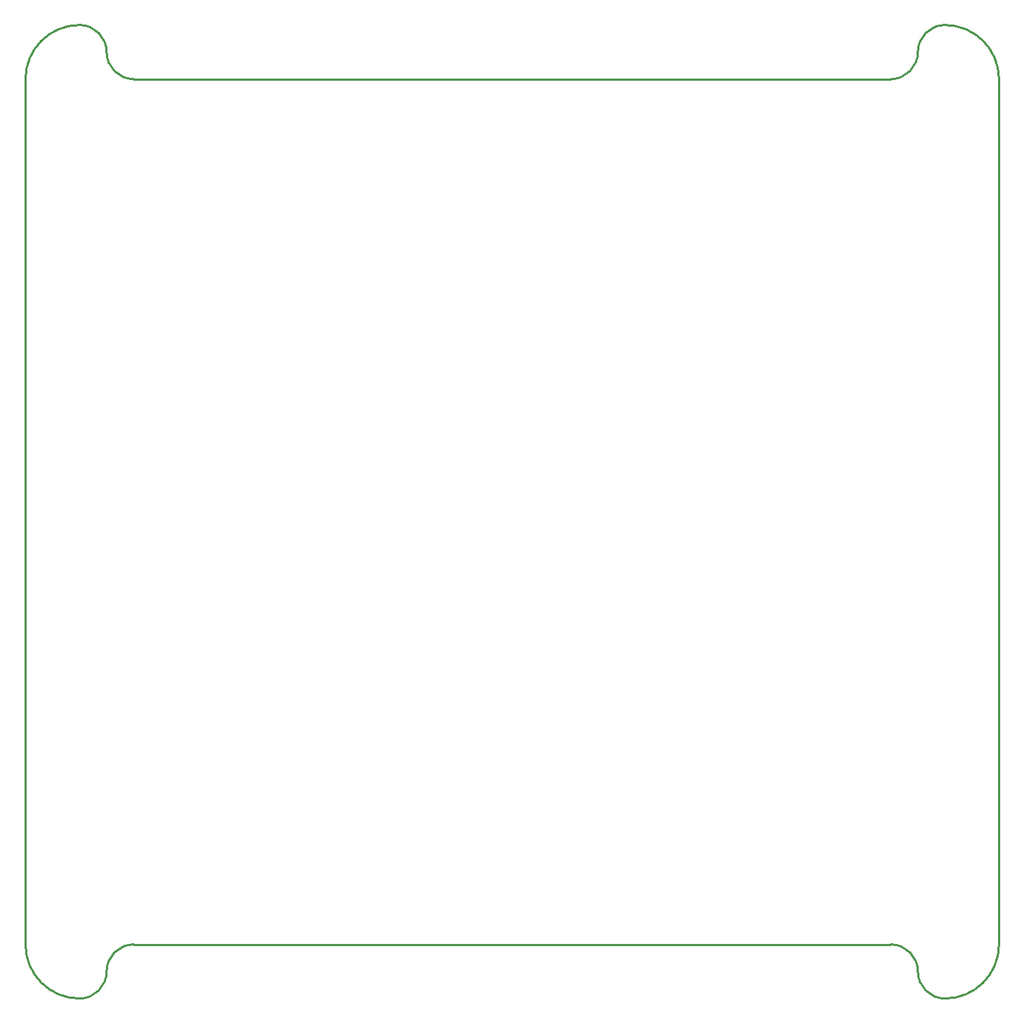
<source format=gko>
G04 Layer: BoardOutline*
G04 EasyEDA v6.4.17, 2021-03-06T12:48:26--8:00*
G04 ee12d80863e34575bd4b21ebeaabd800,b5aacd518854429a9b9924e8a25dcfd8,10*
G04 Gerber Generator version 0.2*
G04 Scale: 100 percent, Rotated: No, Reflected: No *
G04 Dimensions in inches *
G04 leading zeros omitted , absolute positions ,3 integer and 6 decimal *
%FSLAX36Y36*%
%MOIN*%

%ADD10C,0.0100*%
D10*
X4500000Y2000000D02*
G01*
X4500000Y-2000000D01*
X500000Y2000000D02*
G01*
X4000000Y2000000D01*
X500000Y-2000000D02*
G01*
X4000000Y-2000000D01*
X0Y-2000000D02*
G01*
X0Y2000000D01*
G75*
G01*
X4125000Y-2125000D02*
G03*
X4250000Y-2250000I125000J0D01*
G75*
G01*
X4125000Y-2125000D02*
G03*
X4000000Y-2000000I-125000J0D01*
G75*
G01*
X375000Y2125000D02*
G03*
X250000Y2250000I-125000J0D01*
G75*
G01*
X375000Y-2125000D02*
G02*
X500000Y-2000000I125000J0D01*
G75*
G01*
X375000Y-2125000D02*
G02*
X250000Y-2250000I-125000J0D01*
G75*
G01*
X4125000Y2125000D02*
G02*
X4000000Y2000000I-125000J0D01*
G75*
G01*
X4125000Y2125000D02*
G02*
X4250000Y2250000I125000J0D01*
G75*
G01*
X375000Y2125000D02*
G03*
X500000Y2000000I125000J0D01*
G75*
G01*
X250000Y-2250000D02*
G02*
X0Y-2000000I0J250000D01*
G75*
G01*
X4250000Y2250000D02*
G02*
X4500000Y2000000I0J-250000D01*
G75*
G01*
X0Y2000000D02*
G02*
X250000Y2250000I250000J0D01*
G75*
G01*
X4500000Y-2000000D02*
G02*
X4250000Y-2250000I-250000J0D01*

%LPD*%
M02*

</source>
